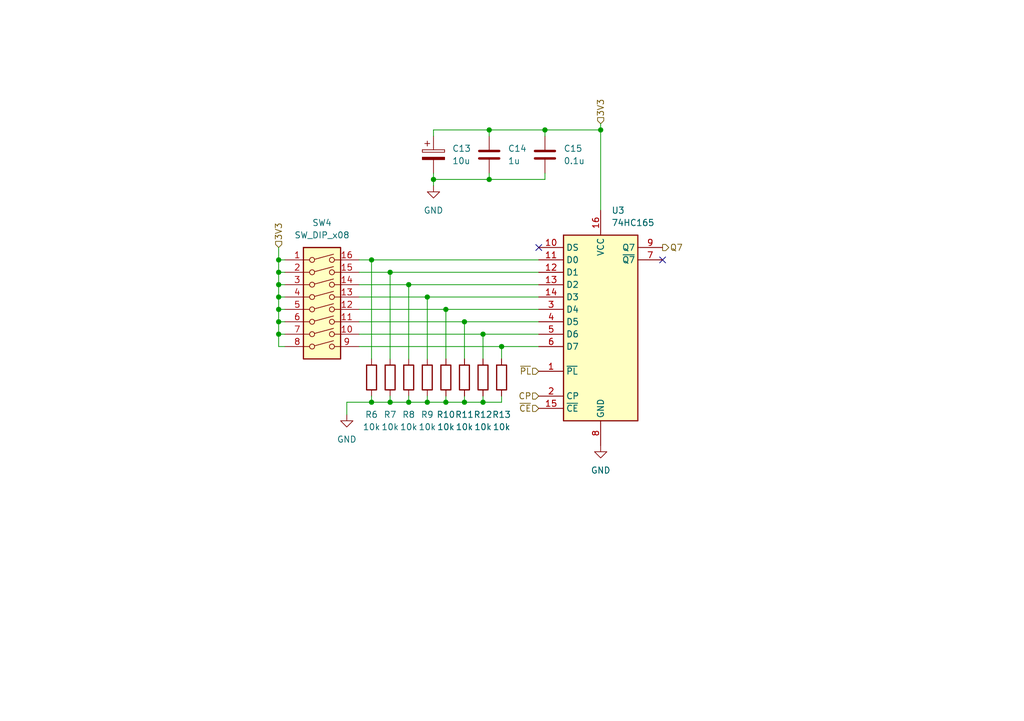
<source format=kicad_sch>
(kicad_sch (version 20230121) (generator eeschema)
  (paper "A5")
  (title_block (title "BID Register") (date "2024-02-15") (rev "1") (company "shawnd.xyz") (comment 3 "used as a memory switch, which can discard EEPROM if set to 1.") (comment 4 "The BID (Badger ID) register is used to read the B1 unit's ID number. DIP switch 8 is"))
  (lib_symbols
    (symbol "74xx:74HC165"
      (property "Reference" "U" (at -7.62 19.05 0))
      (property "Value" "74HC165" (at -7.62 -21.59 0))
      (symbol "74HC165_1_0"
        (pin input line (at -12.7 -10.16 0) (length 5.08) (name "~{PL}") (number "1"))
        (pin input line (at -12.7 15.24 0) (length 5.08) (name "DS") (number "10"))
        (pin input line (at -12.7 12.7 0) (length 5.08) (name "D0") (number "11"))
        (pin input line (at -12.7 10.16 0) (length 5.08) (name "D1") (number "12"))
        (pin input line (at -12.7 7.62 0) (length 5.08) (name "D2") (number "13"))
        (pin input line (at -12.7 5.08 0) (length 5.08) (name "D3") (number "14"))
        (pin input line (at -12.7 -17.78 0) (length 5.08) (name "~{CE}") (number "15"))
        (pin power_in line (at 0 22.86 270) (length 5.08) (name "VCC") (number "16"))
        (pin input line (at -12.7 -15.24 0) (length 5.08) (name "CP") (number "2"))
        (pin input line (at -12.7 2.54 0) (length 5.08) (name "D4") (number "3"))
        (pin input line (at -12.7 0 0) (length 5.08) (name "D5") (number "4"))
        (pin input line (at -12.7 -2.54 0) (length 5.08) (name "D6") (number "5"))
        (pin input line (at -12.7 -5.08 0) (length 5.08) (name "D7") (number "6"))
        (pin output line (at 12.7 12.7 180) (length 5.08) (name "~{Q7}") (number "7"))
        (pin power_in line (at 0 -25.4 90) (length 5.08) (name "GND") (number "8"))
        (pin output line (at 12.7 15.24 180) (length 5.08) (name "Q7") (number "9"))
      )
      (symbol "74HC165_1_1"
        (rectangle (start -7.62 17.78) (end 7.62 -20.32) (stroke (width 0.254)) (fill (type background)))
      )
    )
    (symbol "Device:C" (pin_numbers hide) (pin_names (offset 0.254))
      (property "Reference" "C" (at 0.635 2.54 0))
      (property "Value" "C" (at 0.635 -2.54 0))
      (symbol "C_0_1"
        (polyline (pts (xy -2.032 -0.762) (xy 2.032 -0.762)) (stroke (width 0.508)))
        (polyline (pts (xy -2.032 0.762) (xy 2.032 0.762)) (stroke (width 0.508)))
      )
      (symbol "C_1_1"
        (pin passive line (at 0 3.81 270) (length 2.794) (name "~") (number "1"))
        (pin passive line (at 0 -3.81 90) (length 2.794) (name "~") (number "2"))
      )
    )
    (symbol "Device:C_Polarized" (pin_numbers hide) (pin_names (offset 0.254))
      (property "Reference" "C" (at 0.635 2.54 0))
      (property "Value" "C_Polarized" (at 0.635 -2.54 0))
      (symbol "C_Polarized_0_1"
        (rectangle (start -2.286 0.508) (end 2.286 1.016))
        (polyline (pts (xy -1.778 2.286) (xy -0.762 2.286)))
        (polyline (pts (xy -1.27 2.794) (xy -1.27 1.778)))
        (rectangle (start 2.286 -0.508) (end -2.286 -1.016) (fill (type outline)))
      )
      (symbol "C_Polarized_1_1"
        (pin passive line (at 0 3.81 270) (length 2.794) (name "~") (number "1"))
        (pin passive line (at 0 -3.81 90) (length 2.794) (name "~") (number "2"))
      )
    )
    (symbol "Device:R" (pin_numbers hide) (pin_names (offset 0))
      (property "Reference" "R" (at 2.032 0 90))
      (property "Value" "R" (at 0 0 90))
      (symbol "R_0_1"
        (rectangle (start -1.016 -2.54) (end 1.016 2.54) (stroke (width 0.254)))
      )
      (symbol "R_1_1"
        (pin passive line (at 0 3.81 270) (length 1.27) (name "~") (number "1"))
        (pin passive line (at 0 -3.81 90) (length 1.27) (name "~") (number "2"))
      )
    )
    (symbol "Switch:SW_DIP_x08" (pin_names (offset 0) hide)
      (property "Reference" "SW" (at 0 13.97 0))
      (property "Value" "SW_DIP_x08" (at 0 -11.43 0))
      (symbol "SW_DIP_x08_0_0"
        (circle (center -2.032 -7.62) (radius 0.508))
        (circle (center -2.032 -5.08) (radius 0.508))
        (circle (center -2.032 -2.54) (radius 0.508))
        (circle (center -2.032 0) (radius 0.508))
        (circle (center -2.032 2.54) (radius 0.508))
        (circle (center -2.032 5.08) (radius 0.508))
        (circle (center -2.032 7.62) (radius 0.508))
        (circle (center -2.032 10.16) (radius 0.508))
        (polyline (pts (xy -1.524 -7.4676) (xy 2.3622 -6.4262)))
        (polyline (pts (xy -1.524 -4.9276) (xy 2.3622 -3.8862)))
        (polyline (pts (xy -1.524 -2.3876) (xy 2.3622 -1.3462)))
        (polyline (pts (xy -1.524 0.127) (xy 2.3622 1.1684)))
        (polyline (pts (xy -1.524 2.667) (xy 2.3622 3.7084)))
        (polyline (pts (xy -1.524 5.207) (xy 2.3622 6.2484)))
        (polyline (pts (xy -1.524 7.747) (xy 2.3622 8.7884)))
        (polyline (pts (xy -1.524 10.287) (xy 2.3622 11.3284)))
        (circle (center 2.032 -7.62) (radius 0.508))
        (circle (center 2.032 -5.08) (radius 0.508))
        (circle (center 2.032 -2.54) (radius 0.508))
        (circle (center 2.032 0) (radius 0.508))
        (circle (center 2.032 2.54) (radius 0.508))
        (circle (center 2.032 5.08) (radius 0.508))
        (circle (center 2.032 7.62) (radius 0.508))
        (circle (center 2.032 10.16) (radius 0.508))
      )
      (symbol "SW_DIP_x08_0_1"
        (rectangle (start -3.81 12.7) (end 3.81 -10.16) (stroke (width 0.254)) (fill (type background)))
      )
      (symbol "SW_DIP_x08_1_1"
        (pin passive line (at -7.62 10.16 0) (length 5.08) (name "~") (number "1"))
        (pin passive line (at 7.62 -5.08 180) (length 5.08) (name "~") (number "10"))
        (pin passive line (at 7.62 -2.54 180) (length 5.08) (name "~") (number "11"))
        (pin passive line (at 7.62 0 180) (length 5.08) (name "~") (number "12"))
        (pin passive line (at 7.62 2.54 180) (length 5.08) (name "~") (number "13"))
        (pin passive line (at 7.62 5.08 180) (length 5.08) (name "~") (number "14"))
        (pin passive line (at 7.62 7.62 180) (length 5.08) (name "~") (number "15"))
        (pin passive line (at 7.62 10.16 180) (length 5.08) (name "~") (number "16"))
        (pin passive line (at -7.62 7.62 0) (length 5.08) (name "~") (number "2"))
        (pin passive line (at -7.62 5.08 0) (length 5.08) (name "~") (number "3"))
        (pin passive line (at -7.62 2.54 0) (length 5.08) (name "~") (number "4"))
        (pin passive line (at -7.62 0 0) (length 5.08) (name "~") (number "5"))
        (pin passive line (at -7.62 -2.54 0) (length 5.08) (name "~") (number "6"))
        (pin passive line (at -7.62 -5.08 0) (length 5.08) (name "~") (number "7"))
        (pin passive line (at -7.62 -7.62 0) (length 5.08) (name "~") (number "8"))
        (pin passive line (at 7.62 -7.62 180) (length 5.08) (name "~") (number "9"))
      )
    )
    (symbol "power:GND" (power) (pin_names (offset 0))
      (property "Value" "GND" (at 0 -3.81 0))
      (symbol "GND_0_1"
        (polyline (pts (xy 0 0) (xy 0 -1.27) (xy 1.27 -1.27) (xy 0 -2.54) (xy -1.27 -1.27) (xy 0 -1.27)))
      )
      (symbol "GND_1_1"
        (pin power_in line (at 0 0 270) (length 0) hide (name "GND") (number "1"))
      )
    )
  )
  (junction (at 91.44 63.5))
  (junction (at 80.01 82.55))
  (junction (at 57.15 53.34))
  (junction (at 102.87 71.12))
  (junction (at 99.06 82.55))
  (junction (at 100.33 26.67))
  (junction (at 80.01 55.88))
  (junction (at 87.63 82.55))
  (junction (at 100.33 36.83))
  (junction (at 88.9 36.83))
  (junction (at 91.44 82.55))
  (junction (at 111.76 26.67))
  (junction (at 83.82 58.42))
  (junction (at 57.15 60.96))
  (junction (at 57.15 55.88))
  (junction (at 76.2 82.55))
  (junction (at 95.25 82.55))
  (junction (at 57.15 68.58))
  (junction (at 87.63 60.96))
  (junction (at 57.15 58.42))
  (junction (at 123.19 26.67))
  (junction (at 83.82 82.55))
  (junction (at 57.15 63.5))
  (junction (at 57.15 66.04))
  (junction (at 76.2 53.34))
  (junction (at 99.06 68.58))
  (junction (at 95.25 66.04))
  (no_connect (at 110.49 50.8))
  (no_connect (at 135.89 53.34))
  (wire (pts (xy 87.63 82.55) (xy 91.44 82.55)))
  (wire (pts (xy 57.15 66.04) (xy 57.15 68.58)))
  (wire (pts (xy 83.82 82.55) (xy 83.82 81.28)))
  (wire (pts (xy 76.2 82.55) (xy 76.2 81.28)))
  (wire (pts (xy 73.66 60.96) (xy 87.63 60.96)))
  (wire (pts (xy 57.15 55.88) (xy 58.42 55.88)))
  (wire (pts (xy 57.15 60.96) (xy 57.15 63.5)))
  (wire (pts (xy 91.44 82.55) (xy 95.25 82.55)))
  (wire (pts (xy 95.25 66.04) (xy 110.49 66.04)))
  (wire (pts (xy 88.9 27.94) (xy 88.9 26.67)))
  (wire (pts (xy 57.15 58.42) (xy 57.15 60.96)))
  (wire (pts (xy 88.9 36.83) (xy 100.33 36.83)))
  (wire (pts (xy 83.82 58.42) (xy 83.82 73.66)))
  (wire (pts (xy 80.01 55.88) (xy 80.01 73.66)))
  (wire (pts (xy 57.15 63.5) (xy 57.15 66.04)))
  (wire (pts (xy 87.63 60.96) (xy 87.63 73.66)))
  (wire (pts (xy 91.44 63.5) (xy 110.49 63.5)))
  (wire (pts (xy 88.9 26.67) (xy 100.33 26.67)))
  (wire (pts (xy 99.06 68.58) (xy 99.06 73.66)))
  (wire (pts (xy 91.44 63.5) (xy 91.44 73.66)))
  (wire (pts (xy 76.2 53.34) (xy 76.2 73.66)))
  (wire (pts (xy 99.06 82.55) (xy 99.06 81.28)))
  (wire (pts (xy 57.15 50.8) (xy 57.15 53.34)))
  (wire (pts (xy 99.06 68.58) (xy 110.49 68.58)))
  (wire (pts (xy 57.15 55.88) (xy 57.15 58.42)))
  (wire (pts (xy 100.33 26.67) (xy 100.33 27.94)))
  (wire (pts (xy 87.63 82.55) (xy 87.63 81.28)))
  (wire (pts (xy 80.01 82.55) (xy 76.2 82.55)))
  (wire (pts (xy 100.33 36.83) (xy 100.33 35.56)))
  (wire (pts (xy 95.25 82.55) (xy 99.06 82.55)))
  (wire (pts (xy 80.01 82.55) (xy 80.01 81.28)))
  (wire (pts (xy 73.66 63.5) (xy 91.44 63.5)))
  (wire (pts (xy 57.15 60.96) (xy 58.42 60.96)))
  (wire (pts (xy 83.82 82.55) (xy 87.63 82.55)))
  (wire (pts (xy 76.2 53.34) (xy 110.49 53.34)))
  (wire (pts (xy 57.15 68.58) (xy 58.42 68.58)))
  (wire (pts (xy 99.06 82.55) (xy 102.87 82.55)))
  (wire (pts (xy 102.87 71.12) (xy 110.49 71.12)))
  (wire (pts (xy 57.15 58.42) (xy 58.42 58.42)))
  (wire (pts (xy 95.25 82.55) (xy 95.25 81.28)))
  (wire (pts (xy 73.66 58.42) (xy 83.82 58.42)))
  (wire (pts (xy 57.15 53.34) (xy 57.15 55.88)))
  (wire (pts (xy 95.25 66.04) (xy 95.25 73.66)))
  (wire (pts (xy 80.01 55.88) (xy 110.49 55.88)))
  (wire (pts (xy 73.66 55.88) (xy 80.01 55.88)))
  (wire (pts (xy 123.19 26.67) (xy 123.19 43.18)))
  (wire (pts (xy 73.66 66.04) (xy 95.25 66.04)))
  (wire (pts (xy 102.87 82.55) (xy 102.87 81.28)))
  (wire (pts (xy 111.76 26.67) (xy 100.33 26.67)))
  (wire (pts (xy 57.15 71.12) (xy 58.42 71.12)))
  (wire (pts (xy 57.15 63.5) (xy 58.42 63.5)))
  (wire (pts (xy 102.87 71.12) (xy 102.87 73.66)))
  (wire (pts (xy 123.19 26.67) (xy 111.76 26.67)))
  (wire (pts (xy 88.9 38.1) (xy 88.9 36.83)))
  (wire (pts (xy 71.12 82.55) (xy 71.12 85.09)))
  (wire (pts (xy 123.19 25.4) (xy 123.19 26.67)))
  (wire (pts (xy 100.33 36.83) (xy 111.76 36.83)))
  (wire (pts (xy 88.9 35.56) (xy 88.9 36.83)))
  (wire (pts (xy 57.15 68.58) (xy 57.15 71.12)))
  (wire (pts (xy 73.66 68.58) (xy 99.06 68.58)))
  (wire (pts (xy 111.76 26.67) (xy 111.76 27.94)))
  (wire (pts (xy 73.66 53.34) (xy 76.2 53.34)))
  (wire (pts (xy 57.15 66.04) (xy 58.42 66.04)))
  (wire (pts (xy 73.66 71.12) (xy 102.87 71.12)))
  (wire (pts (xy 111.76 36.83) (xy 111.76 35.56)))
  (wire (pts (xy 80.01 82.55) (xy 83.82 82.55)))
  (wire (pts (xy 76.2 82.55) (xy 71.12 82.55)))
  (wire (pts (xy 87.63 60.96) (xy 110.49 60.96)))
  (wire (pts (xy 91.44 82.55) (xy 91.44 81.28)))
  (wire (pts (xy 57.15 53.34) (xy 58.42 53.34)))
  (wire (pts (xy 83.82 58.42) (xy 110.49 58.42)))
  (hierarchical_label "3V3" (shape input) (at 57.15 50.8 90))
  (hierarchical_label "~{PL}" (shape input) (at 110.49 76.2 180))
  (hierarchical_label "3V3" (shape input) (at 123.19 25.4 90))
  (hierarchical_label "~{CE}" (shape input) (at 110.49 83.82 180))
  (hierarchical_label "CP" (shape input) (at 110.49 81.28 180))
  (hierarchical_label "Q7" (shape output) (at 135.89 50.8 0))
  (symbol (lib_id "power:GND") (at 123.19 91.44 0) (unit 1)
    (property "Reference" "#PWR08" (effects hide))
    (property "Value" "GND" (at 123.19 96.52 0))
  )
  (symbol (lib_id "Device:R") (at 99.06 77.47 0) (unit 1)
    (property "Reference" "R12" (at 99.06 85.09 0))
    (property "Value" "10k" (at 99.06 87.63 0))
  )
  (symbol (lib_id "Switch:SW_DIP_x08") (at 66.04 63.5 0) (unit 1)
    (property "Reference" "SW4" (at 66.04 45.72 0))
    (property "Value" "SW_DIP_x08" (at 66.04 48.26 0))
  )
  (symbol (lib_id "Device:R") (at 91.44 77.47 0) (unit 1)
    (property "Reference" "R10" (at 91.44 85.09 0))
    (property "Value" "10k" (at 91.44 87.63 0))
  )
  (symbol (lib_id "Device:C") (at 100.33 31.75 0) (unit 1)
    (property "Reference" "C14" (at 104.14 30.48 0) (effects (justify left)))
    (property "Value" "1u" (at 104.14 33.02 0) (effects (justify left)))
  )
  (symbol (lib_id "Device:R") (at 102.87 77.47 0) (unit 1)
    (property "Reference" "R13" (at 102.87 85.09 0))
    (property "Value" "10k" (at 102.87 87.63 0))
  )
  (symbol (lib_id "Device:R") (at 95.25 77.47 0) (unit 1)
    (property "Reference" "R11" (at 95.25 85.09 0))
    (property "Value" "10k" (at 95.25 87.63 0))
  )
  (symbol (lib_id "Device:R") (at 80.01 77.47 0) (unit 1)
    (property "Reference" "R7" (at 80.01 85.09 0))
    (property "Value" "10k" (at 80.01 87.63 0))
  )
  (symbol (lib_id "Device:R") (at 76.2 77.47 0) (unit 1)
    (property "Reference" "R6" (at 76.2 85.09 0))
    (property "Value" "10k" (at 76.2 87.63 0))
  )
  (symbol (lib_id "power:GND") (at 71.12 85.09 0) (unit 1)
    (property "Reference" "#PWR07" (effects hide))
    (property "Value" "GND" (at 71.12 90.17 0))
  )
  (symbol (lib_id "Device:C") (at 111.76 31.75 0) (unit 1)
    (property "Reference" "C15" (at 115.57 30.48 0) (effects (justify left)))
    (property "Value" "0.1u" (at 115.57 33.02 0) (effects (justify left)))
  )
  (symbol (lib_id "Device:C_Polarized") (at 88.9 31.75 0) (unit 1)
    (property "Reference" "C13" (at 92.71 30.48 0) (effects (justify left)))
    (property "Value" "10u" (at 92.71 33.02 0) (effects (justify left)))
  )
  (symbol (lib_id "74xx:74HC165") (at 123.19 66.04 0) (unit 1)
    (property "Reference" "U3" (at 125.3841 43.18 0) (effects (justify left)))
    (property "Value" "74HC165" (at 125.3841 45.72 0) (effects (justify left)))
    (property "Datasheet" "https://assets.nexperia.com/documents/data-sheet/74HC_HCT165.pdf" (effects hide))
  )
  (symbol (lib_id "power:GND") (at 88.9 38.1 0) (unit 1)
    (property "Reference" "#PWR022" (effects hide))
    (property "Value" "GND" (at 88.9 43.18 0))
  )
  (symbol (lib_id "Device:R") (at 87.63 77.47 0) (unit 1)
    (property "Reference" "R9" (at 87.63 85.09 0))
    (property "Value" "10k" (at 87.63 87.63 0))
  )
  (symbol (lib_id "Device:R") (at 83.82 77.47 0) (unit 1)
    (property "Reference" "R8" (at 83.82 85.09 0))
    (property "Value" "10k" (at 83.82 87.63 0))
  )
)
</source>
